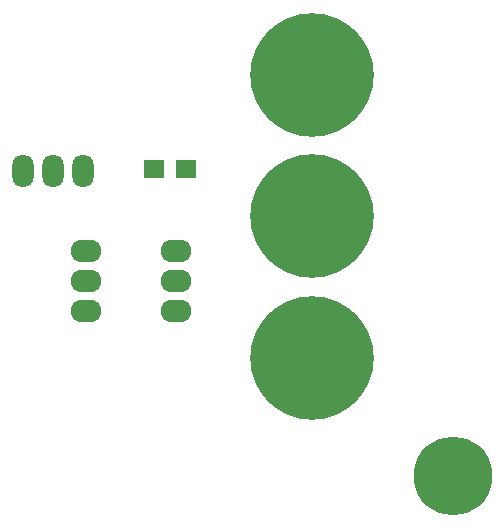
<source format=gts>
G04 #@! TF.FileFunction,Soldermask,Top*
%FSLAX46Y46*%
G04 Gerber Fmt 4.6, Leading zero omitted, Abs format (unit mm)*
G04 Created by KiCad (PCBNEW 4.0.1-stable) date 3/5/2016 3:38:05 PM*
%MOMM*%
G01*
G04 APERTURE LIST*
%ADD10C,0.150000*%
%ADD11O,1.805940X2.804160*%
%ADD12R,1.804800X1.604800*%
%ADD13O,2.604800X1.904800*%
%ADD14C,10.464800*%
%ADD15C,6.654800*%
G04 APERTURE END LIST*
D10*
D11*
X21082000Y-20193000D03*
X18542000Y-20193000D03*
X23622000Y-20193000D03*
D12*
X29650000Y-20000000D03*
X32350000Y-20000000D03*
D13*
X23876000Y-26924000D03*
X23876000Y-29464000D03*
X23876000Y-32004000D03*
X31496000Y-32004000D03*
X31496000Y-29464000D03*
X31496000Y-26924000D03*
D14*
X43000000Y-36000000D03*
X43000000Y-12000000D03*
X43000000Y-24000000D03*
D15*
X55000000Y-46000000D03*
M02*

</source>
